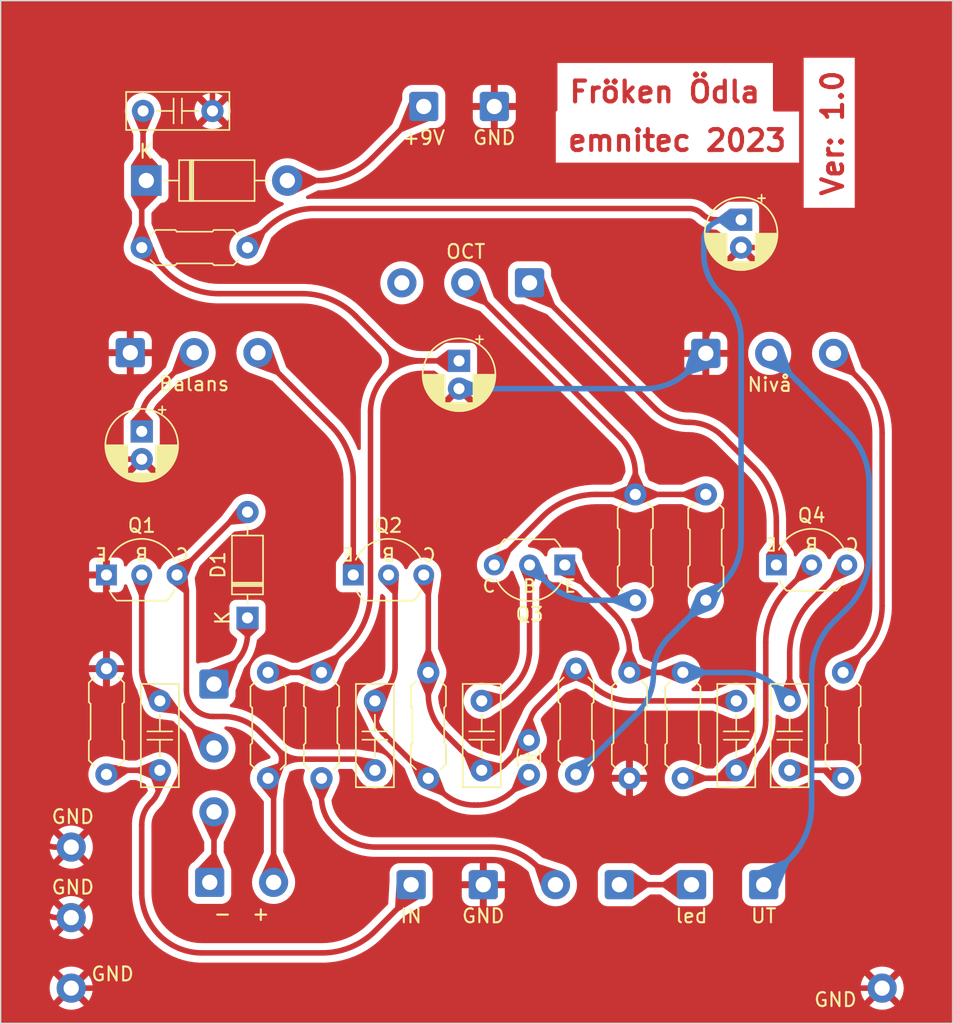
<source format=kicad_pcb>
(kicad_pcb (version 20221018) (generator pcbnew)
  (layers (0 "F.Cu" signal) (31 "B.Cu" signal) (34 "B.Paste" user) (35 "F.Paste" user) (36 "B.SilkS" user "B.Silkscreen") (37 "F.SilkS" user "F.Silkscreen") (38 "B.Mask" user) (39 "F.Mask" user) (44 "Edge.Cuts" user))
  (net 0 "")
  (net 1 "Net-(J1-Pin_1)")
  (net 2 "Net-(Q1-B)")
  (net 3 "Net-(D1-A)")
  (net 4 "Net-(Q2-B)")
  (net 5 "Net-(Q2-C)")
  (net 6 "Net-(C4-Pad1)")
  (net 7 "GND")
  (net 8 "Net-(Q3-B)")
  (net 9 "Net-(Q4-B)")
  (net 10 "Net-(Q3-E)")
  (net 11 "Net-(C7-Pad2)")
  (net 12 "Net-(D3-K)")
  (net 13 "Net-(C10-Pad1)")
  (net 14 "Net-(D1-K)")
  (net 15 "Net-(D2-K)")
  (net 16 "Net-(D3-A)")
  (net 17 "Net-(D4-K)")
  (net 18 "Net-(D4-A)")
  (net 19 "Net-(J6-Pin_1)")
  (net 20 "Net-(Q2-E)")
  (net 21 "Net-(Q3-C)")
  (net 22 "Net-(Q4-E)")
  (net 23 "Net-(R11-Pad2)")
  (footprint "Resistor_THT_AKL:R_Axial_DIN0207_L6.3mm_D2.5mm_P7.62mm_Horizontal" (layer "F.Cu") (at 167.64 66.04 -90)
    (fp_text reference "R5" hide)
    (fp_text value "470K" hide)
  )
  (footprint "PCM_Capacitor_THT_AKL:C_Rect_L7.2mm_W2.5mm_P5.00mm_FKS2_FKP2_MKS2_MKP2" (layer "F.Cu") (at 133.387614 85.908058 90)
    (fp_text reference "C1" hide)
    (fp_text value "100n" hide)
  )
  (footprint "Connector_Wire:SolderWire-0.5sqmm_1x03_P4.6mm_D0.9mm_OD2.1mm" (layer "F.Cu") (at 172.72 55.88)
    (fp_text reference "RV3" hide)
    (fp_text value "Nivå")
  )
  (footprint "PCM_Capacitor_THT_AKL:C_Rect_L7.2mm_W2.5mm_P5.00mm_FKS2_FKP2_MKS2_MKP2" (layer "F.Cu") (at 178.758982 80.908058 -90)
    (fp_text reference "C7" hide)
    (fp_text value "100n" hide)
  )
  (footprint "Connector_Wire:SolderWire-0.5sqmm_1x01_D0.9mm_OD2.1mm" (layer "F.Cu") (at 127 91.44)
    (fp_text reference "REF**" hide)
    (fp_text value "GND")
  )
  (footprint "Connector_Wire:SolderWire-0.5sqmm_1x01_D0.9mm_OD2.1mm" (layer "F.Cu") (at 171.687486 94.149127)
    (fp_text reference "J2" hide)
    (fp_text value "led")
  )
  (footprint "Resistor_THT_AKL:R_Axial_DIN0207_L6.3mm_D2.5mm_P7.62mm_Horizontal" (layer "F.Cu") (at 171.063754 78.863058 -90)
    (fp_text reference "R8" hide)
    (fp_text value "470K" hide)
  )
  (footprint "Connector_Wire:SolderWire-0.5sqmm_1x03_P4.6mm_D0.9mm_OD2.1mm" (layer "F.Cu") (at 137.285228 79.7 -90)
    (fp_text reference "SW1" hide)
    (fp_text value "FB" hide)
  )
  (footprint "PCM_Capacitor_THT_AKL:C_Rect_L7.2mm_W2.5mm_P5.00mm_FKS2_FKP2_MKS2_MKP2" (layer "F.Cu") (at 174.911368 80.908058 -90)
    (fp_text reference "C6" hide)
    (fp_text value "100n" hide)
  )
  (footprint "Connector_Wire:SolderWire-0.5sqmm_1x03_P4.6mm_D0.9mm_OD2.1mm" (layer "F.Cu") (at 131.255625 55.831677)
    (fp_text reference "RV1" hide)
    (fp_text value "Balans")
  )
  (footprint "Resistor_THT_AKL:R_Axial_DIN0207_L6.3mm_D2.5mm_P7.62mm_Horizontal" (layer "F.Cu") (at 167.21614 78.863058 -90)
    (fp_text reference "R7" hide)
    (fp_text value "10K" hide)
  )
  (footprint "Package_TO_SOT_THT_AKL:TO-92_Inline_Wide_EBC" (layer "F.Cu") (at 177.8 71.12)
    (fp_text reference "Q4")
    (fp_text value "2N3906" hide)
  )
  (footprint "Resistor_THT_AKL:R_Axial_DIN0207_L6.3mm_D2.5mm_P7.62mm_Horizontal" (layer "F.Cu") (at 129.54 86.208058 90)
    (fp_text reference "R1" hide)
    (fp_text value "1M" hide)
  )
  (footprint "Connector_Wire:SolderWire-0.5sqmm_1x02_P4.6mm_D0.9mm_OD2.1mm" (layer "F.Cu") (at 136.979972 93.98)
    (fp_text reference "D2" hide)
    (fp_text value "-  +")
  )
  (footprint "PCM_Capacitor_THT_AKL:C_Rect_L7.2mm_W2.5mm_P5.00mm_FKS2_FKP2_MKS2_MKP2" (layer "F.Cu") (at 137.175967 38.421244 180)
    (fp_text reference "C9" hide)
    (fp_text value "100n" hide)
  )
  (footprint "Resistor_THT_AKL:R_Axial_DIN0207_L6.3mm_D2.5mm_P7.62mm_Horizontal" (layer "F.Cu") (at 163.368526 78.588058 -90)
    (fp_text reference "R4" hide)
    (fp_text value "10K" hide)
  )
  (footprint "Connector_Wire:SolderWire-0.5sqmm_1x01_D0.9mm_OD2.1mm" (layer "F.Cu") (at 176.887486 94.149127)
    (fp_text reference "J6" hide)
    (fp_text value "UT")
  )
  (footprint "PCM_Capacitor_THT_AKL:CP_Radial_D5.0mm_P2.00mm" (layer "F.Cu") (at 132.08 61.5 -90)
    (fp_text reference "C4" hide)
    (fp_text value "22uF" hide)
  )
  (footprint "Package_TO_SOT_THT_AKL:TO-92_Inline_Wide_EBC" (layer "F.Cu") (at 162.56 71.12 180)
    (fp_text reference "Q3")
    (fp_text value "2N3904" hide)
  )
  (footprint "Connector_Wire:SolderWire-0.5sqmm_1x01_D0.9mm_OD2.1mm" (layer "F.Cu") (at 127 101.6)
    (fp_text reference "REF**" hide)
    (fp_text value "GND")
  )
  (footprint "Connector_Wire:SolderWire-0.5sqmm_1x01_D0.9mm_OD2.1mm" (layer "F.Cu") (at 157.48 38.1)
    (fp_text reference "J3" hide)
    (fp_text value "GND")
  )
  (footprint "Connector_Wire:SolderWire-0.5sqmm_1x01_D0.9mm_OD2.1mm" (layer "F.Cu") (at 151.487486 94.149127)
    (fp_text reference "J1" hide)
    (fp_text value "IN")
  )
  (footprint "Connector_Wire:SolderWire-0.5sqmm_1x01_D0.9mm_OD2.1mm" (layer "F.Cu") (at 152.4 38.1)
    (fp_text reference "J4" hide)
    (fp_text value "+9V")
  )
  (footprint "Diode_THT:D_DO-41_SOD81_P10.16mm_Horizontal" (layer "F.Cu") (at 132.409072 43.433014)
    (fp_text reference "D3" hide)
    (fp_text value "1N5817")
  )
  (footprint "Resistor_THT_AKL:R_Axial_DIN0207_L6.3mm_D2.5mm_P7.62mm_Horizontal" (layer "F.Cu") (at 172.72 73.66 90)
    (fp_text reference "R6" hide)
    (fp_text value "10K" hide)
  )
  (footprint "Package_TO_SOT_THT_AKL:TO-92_Inline_Wide_EBC" (layer "F.Cu") (at 129.54 71.84)
    (fp_text reference "Q1")
    (fp_text value "MPSA13" hide)
  )
  (footprint "Connector_Wire:SolderWire-0.5sqmm_1x03_P4.6mm_D0.9mm_OD2.1mm" (layer "F.Cu") (at 160.02 50.8 180)
    (fp_text reference "RV2" hide)
    (fp_text value "OCT")
  )
  (footprint "Diode_THT:D_DO-35_SOD27_P7.62mm_Horizontal" (layer "F.Cu") (at 139.7 74.93 90)
    (fp_text reference "D1")
    (fp_text value "1N914")
  )
  (footprint "PCM_Capacitor_THT_AKL:CP_Radial_D5.0mm_P2.00mm" (layer "F.Cu") (at 154.94 56.42 -90)
    (fp_text reference "C8" hide)
    (fp_text value "22uF" hide)
  )
  (footprint "Resistor_THT_AKL:R_Axial_DIN0207_L6.3mm_D2.5mm_P7.62mm_Horizontal" (layer "F.Cu") (at 132.08 48.26)
    (fp_text reference "R9" hide)
    (fp_text value "470R" hide)
  )
  (footprint "PCM_Capacitor_THT_AKL:CP_Radial_D5.0mm_P2.00mm" (layer "F.Cu") (at 175.26 46.26 -90)
    (fp_text reference "C10" hide)
    (fp_text value "22uF" hide)
  )
  (footprint "Resistor_THT_AKL:R_Axial_DIN0207_L6.3mm_D2.5mm_P7.62mm_Horizontal" (layer "F.Cu") (at 141.182842 78.863058 -90)
    (fp_text reference "R2" hide)
    (fp_text value "100K" hide)
  )
  (footprint "Resistor_THT_AKL:R_Axial_DIN0207_L6.3mm_D2.5mm_P7.62mm_Horizontal" (layer "F.Cu") (at 182.606609 86.483058 90)
    (fp_text reference "R11" hide)
    (fp_text value "330K" hide)
  )
  (footprint "PCM_Capacitor_THT_AKL:C_Rect_L7.2mm_W2.5mm_P5.00mm_FKS2_FKP2_MKS2_MKP2" (layer "F.Cu") (at 156.573298 85.908058 90)
    (fp_text reference "C5" hide)
    (fp_text value "100n" hide)
  )
  (footprint "Connector_Wire:SolderWire-0.5sqmm_1x01_D0.9mm_OD2.1mm" (layer "F.Cu") (at 156.687486 94.149127)
    (fp_text reference "J5" hide)
    (fp_text value "GND")
  )
  (footprint "Connector_Wire:SolderWire-0.5sqmm_1x01_D0.9mm_OD2.1mm" (layer "F.Cu") (at 185.42 101.6)
    (fp_text reference "REF**" hide)
    (fp_text value "GND")
  )
  (footprint "PCM_Capacitor_THT_AKL:C_Rect_L7.2mm_W2.5mm_P5.00mm_FKS2_FKP2_MKS2_MKP2" (layer "F.Cu") (at 148.87807 85.908058 90)
    (fp_text reference "C2" hide)
    (fp_text value "100n" hide)
  )
  (footprint "Resistor_THT_AKL:R_Axial_DIN0207_L6.3mm_D2.5mm_P7.62mm_Horizontal" (layer "F.Cu") (at 145.030456 86.483058 90)
    (fp_text reference "R10" hide)
    (fp_text value "4K7" hide)
  )
  (footprint "PCM_Capacitor_THT_AKL:C_Disc_D3.0mm_W1.6mm_P2.50mm" (layer "F.Cu") (at 159.970912 86.240765 90)
    (fp_text reference "C3" hide)
    (fp_text value "47pF" hide)
  )
  (footprint "Connector_Wire:SolderWire-0.5sqmm_1x02_P4.6mm_D0.9mm_OD2.1mm" (layer "F.Cu") (at 166.487486 94.149127 180)
    (fp_text reference "D4" hide)
    (fp_text value "LED_Small")
  )
  (footprint "Package_TO_SOT_THT_AKL:TO-92_Inline_Wide_EBC" (layer "F.Cu") (at 147.32 71.84)
    (fp_text reference "Q2")
    (fp_text value "2N3904" hide)
  )
  (footprint "Connector_Wire:SolderWire-0.5sqmm_1x01_D0.9mm_OD2.1mm" (layer "F.Cu") (at 127 96.52)
    (fp_text reference "REF**" hide)
    (fp_text value "GND")
  )
  (footprint "Resistor_THT_AKL:R_Axial_DIN0207_L6.3mm_D2.5mm_P7.62mm_Horizontal" (layer "F.Cu") (at 152.725684 86.483058 90)
    (fp_text reference "R3" hide)
    (fp_text value "1M" hide)
  )
  (gr_rect (start 121.92 30.48) (end 190.5 104.14) (stroke (width 0.1)) (fill none) (layer "Edge.Cuts"))
  (gr_text "Fröken Ödla" (at 162.744783 37.930872) (layer "F.Cu") (effects (font (size 1.5 1.5) (thickness 0.3) bold) (justify left bottom)))
  (gr_text "emnitec 2023" (at 162.62823 41.427455) (layer "F.Cu") (effects (font (size 1.5 1.5) (thickness 0.3) bold) (justify left bottom)))
  (gr_text "Ver: 1.0" (at 182.732135 44.682428 90) (layer "F.Cu") (effects (font (size 1.5 1.5) (thickness 0.3) bold) (justify left bottom)))
  (segment (start 129.69 86.058058) (end 129.54 86.208058) (width 0.4) (layer "F.Cu") (net 1))
  (segment (start 145.066036 99.06) (end 136.416051 99.06) (width 0.4) (layer "F.Cu") (net 1))
  (segment (start 151.487486 94.52082) (end 151.487486 94.149127) (width 0.4) (layer "F.Cu") (net 1))
  (segment (start 133.387614 86.750222) (end 133.387614 85.908058) (width 0.4) (layer "F.Cu") (net 1))
  (segment (start 130.052132 85.908058) (end 133.387614 85.908058) (width 0.4) (layer "F.Cu") (net 1))
  (segment (start 132.08 89.824622) (end 132.08 94.723948) (width 0.4) (layer "F.Cu") (net 1))
  (segment (start 132.792114 88.187885) (end 132.733807 88.246193) (width 0.4) (layer "F.Cu") (net 1))
  (segment (start 151.224658 95.15534) (end 148.913792 97.466207) (width 0.4) (layer "F.Cu") (net 1))
  (arc (start 133.35 97.79) (mid 134.756716 98.729937) (end 136.416051 99.06) (width 0.4) (layer "F.Cu") (net 1))
  (arc (start 151.224658 95.15534) (mid 151.419179 94.86422) (end 151.487486 94.52082) (width 0.4) (layer "F.Cu") (net 1))
  (arc (start 132.08 89.824622) (mid 132.249918 88.970382) (end 132.733807 88.246193) (width 0.4) (layer "F.Cu") (net 1))
  (arc (start 133.35 97.79) (mid 132.410062 96.383283) (end 132.08 94.723948) (width 0.4) (layer "F.Cu") (net 1))
  (arc (start 148.913792 97.466207) (mid 147.148426 98.645786) (end 145.066036 99.06) (width 0.4) (layer "F.Cu") (net 1))
  (arc (start 133.387614 86.750222) (mid 133.232848 87.528279) (end 132.792114 88.187885) (width 0.4) (layer "F.Cu") (net 1))
  (arc (start 130.052132 85.908058) (mid 129.856147 85.947041) (end 129.69 86.058058) (width 0.4) (layer "F.Cu") (net 1))
  (segment (start 133.208831 80.729275) (end 132.733807 80.254251) (width 0.4) (layer "F.Cu") (net 2))
  (segment (start 132.08 78.675821) (end 132.08 71.84) (width 0.4) (layer "F.Cu") (net 2))
  (segment (start 134.072068 81.08684) (end 137.285228 84.3) (width 0.4) (layer "F.Cu") (net 2))
  (arc (start 132.08 78.675821) (mid 132.249918 79.530061) (end 132.733807 80.254251) (width 0.4) (layer "F.Cu") (net 2))
  (arc (start 134.072068 81.08684) (mid 133.874039 80.954521) (end 133.64045 80.908058) (width 0.4) (layer "F.Cu") (net 2))
  (arc (start 133.208831 80.729275) (mid 133.406859 80.861593) (end 133.64045 80.908058) (width 0.4) (layer "F.Cu") (net 2))
  (segment (start 135.297661 72.996839) (end 135.297661 80.105064) (width 0.4) (layer "F.Cu") (net 3))
  (segment (start 134.95883 71.501169) (end 138.955545 67.504454) (width 0.4) (layer "F.Cu") (net 3))
  (segment (start 139.425 67.31) (end 139.7 67.31) (width 0.4) (layer "F.Cu") (net 3))
  (segment (start 143.530112 85.108059) (end 147.512386 85.108059) (width 0.4) (layer "F.Cu") (net 3))
  (segment (start 141.870341 84.420559) (end 140.564351 83.114569) (width 0.4) (layer "F.Cu") (net 3))
  (segment (start 137.955727 82.034042) (end 137.226638 82.034042) (width 0.4) (layer "F.Cu") (net 3))
  (segment (start 143.530112 85.108059) (end 142.160972 85.108059) (width 0.4) (layer "F.Cu") (net 3))
  (segment (start 142.156794 85.109789) (end 142.155064 85.11152) (width 0.4) (layer "F.Cu") (net 3))
  (segment (start 148.47807 85.508058) (end 148.87807 85.908058) (width 0.4) (layer "F.Cu") (net 3))
  (segment (start 141.870341 85.795558) (end 141.381407 86.284493) (width 0.4) (layer "F.Cu") (net 3))
  (segment (start 141.579972 87.161001) (end 141.579972 93.98) (width 0.4) (layer "F.Cu") (net 3))
  (arc (start 147.512386 85.108059) (mid 148.03501 85.212015) (end 148.47807 85.508058) (width 0.4) (layer "F.Cu") (net 3))
  (arc (start 135.862645 81.469057) (mid 135.444495 80.843251) (end 135.297661 80.105064) (width 0.4) (layer "F.Cu") (net 3))
  (arc (start 141.381407 86.681623) (mid 141.299158 86.483058) (end 141.381407 86.284493) (width 0.4) (layer "F.Cu") (net 3))
  (arc (start 137.955727 82.034042) (mid 139.367504 82.314861) (end 140.564351 83.114569) (width 0.4) (layer "F.Cu") (net 3))
  (arc (start 134.95883 72.17883) (mid 135.209601 72.554135) (end 135.297661 72.996839) (width 0.4) (layer "F.Cu") (net 3))
  (arc (start 141.870341 85.795558) (mid 142.63185 85.286734) (end 143.530112 85.108059) (width 0.4) (layer "F.Cu") (net 3))
  (arc (start 142.156794 85.109789) (mid 142.158711 85.108508) (end 142.160972 85.108059) (width 0.4) (layer "F.Cu") (net 3))
  (arc (start 134.95883 72.17883) (mid 134.818482 71.839999) (end 134.95883 71.501169) (width 0.4) (layer "F.Cu") (net 3))
  (arc (start 139.425 67.31) (mid 139.170932 67.360536) (end 138.955545 67.504454) (width 0.4) (layer "F.Cu") (net 3))
  (arc (start 141.579972 87.161001) (mid 141.528366 86.901563) (end 141.381407 86.681623) (width 0.4) (layer "F.Cu") (net 3))
  (arc (start 143.530112 85.108059) (mid 142.63185 84.929383) (end 141.870341 84.420559) (width 0.4) (layer "F.Cu") (net 3))
  (arc (start 141.870341 85.795558) (mid 142.155112 85.108058) (end 141.870341 84.420559) (width 0.4) (layer "F.Cu") (net 3))
  (arc (start 135.862645 81.469057) (mid 136.48845 81.887207) (end 137.226638 82.034042) (width 0.4) (layer "F.Cu") (net 3))
  (segment (start 148.87807 81.771751) (end 148.87807 81.339904) (width 0.4) (layer "F.Cu") (net 4))
  (segment (start 150.096867 72.076867) (end 149.86 71.84) (width 0.4) (layer "F.Cu") (net 4))
  (segment (start 152.725684 86.483058) (end 149.488793 83.246167) (width 0.4) (layer "F.Cu") (net 4))
  (segment (start 149.605902 80.180226) (end 149.183431 80.602696) (width 0.4) (layer "F.Cu") (net 4))
  (segment (start 150.333734 72.648714) (end 150.333734 78.423084) (width 0.4) (layer "F.Cu") (net 4))
  (segment (start 156.018264 88.411807) (end 156.264711 88.411807) (width 0.4) (layer "F.Cu") (net 4))
  (segment (start 158.885391 87.326286) (end 159.970912 86.240765) (width 0.4) (layer "F.Cu") (net 4))
  (segment (start 152.725684 86.483058) (end 153.690058 87.447432) (width 0.4) (layer "F.Cu") (net 4))
  (arc (start 156.018264 88.411807) (mid 154.758248 88.161174) (end 153.690058 87.447432) (width 0.4) (layer "F.Cu") (net 4))
  (arc (start 150.333734 72.648714) (mid 150.272174 72.339232) (end 150.096867 72.076867) (width 0.4) (layer "F.Cu") (net 4))
  (arc (start 150.333734 78.423084) (mid 150.144576 79.374042) (end 149.605902 80.180226) (width 0.4) (layer "F.Cu") (net 4))
  (arc (start 158.885391 87.326286) (mid 157.683012 88.129689) (end 156.264711 88.411807) (width 0.4) (layer "F.Cu") (net 4))
  (arc (start 148.87807 81.771751) (mid 149.036791 82.569699) (end 149.488793 83.246167) (width 0.4) (layer "F.Cu") (net 4))
  (arc (start 149.183431 80.602696) (mid 148.95743 80.94093) (end 148.87807 81.339904) (width 0.4) (layer "F.Cu") (net 4))
  (segment (start 152.725684 72.395977) (end 152.725684 78.863058) (width 0.4) (layer "F.Cu") (net 5))
  (segment (start 159.970912 83.740765) (end 159.970912 82.863218) (width 0.4) (layer "F.Cu") (net 5))
  (segment (start 167.329013 80.908058) (end 174.911368 80.908058) (width 0.4) (layer "F.Cu") (net 5))
  (segment (start 164.528526 79.748058) (end 163.368526 78.588058) (width 0.4) (layer "F.Cu") (net 5))
  (segment (start 152.725684 80.461751) (end 152.725684 78.863058) (width 0.4) (layer "F.Cu") (net 5))
  (segment (start 152.562842 72.002842) (end 152.4 71.84) (width 0.4) (layer "F.Cu") (net 5))
  (segment (start 156.138313 85.473073) (end 153.85613 83.19089) (width 0.4) (layer "F.Cu") (net 5))
  (segment (start 158.238603 85.473073) (end 159.970912 83.740765) (width 0.4) (layer "F.Cu") (net 5))
  (segment (start 160.591431 81.365152) (end 163.368526 78.588058) (width 0.4) (layer "F.Cu") (net 5))
  (arc (start 160.591431 81.365152) (mid 160.132179 82.05247) (end 159.970912 82.863218) (width 0.4) (layer "F.Cu") (net 5))
  (arc (start 156.138313 85.473073) (mid 156.620123 85.795009) (end 157.188458 85.908058) (width 0.4) (layer "F.Cu") (net 5))
  (arc (start 152.725684 80.461751) (mid 153.019477 81.93875) (end 153.85613 83.19089) (width 0.4) (layer "F.Cu") (net 5))
  (arc (start 158.238603 85.473073) (mid 157.756792 85.795009) (end 157.188458 85.908058) (width 0.4) (layer "F.Cu") (net 5))
  (arc (start 152.725684 72.395977) (mid 152.683362 72.183213) (end 152.562842 72.002842) (width 0.4) (layer "F.Cu") (net 5))
  (arc (start 164.528526 79.748058) (mid 165.8134 80.606583) (end 167.329013 80.908058) (width 0.4) (layer "F.Cu") (net 5))
  (segment (start 132.08 60.553651) (end 132.08 61.5) (width 0.4) (layer "F.Cu") (net 6))
  (segment (start 132.749169 58.938132) (end 135.855625 55.831677) (width 0.4) (layer "F.Cu") (net 6))
  (arc (start 132.08 60.553651) (mid 132.253911 59.679338) (end 132.749169 58.938132) (width 0.4) (layer "F.Cu") (net 6))
  (segment (start 124.46 62.756051) (end 124.46 66.326036) (width 0.4) (layer "F.Cu") (net 7))
  (segment (start 124.46 55.101881) (end 124.46 59.163948) (width 0.4) (layer "F.Cu") (net 7))
  (segment (start 124.46 54.616766) (end 124.46 55.101881) (width 0.4) (layer "F.Cu") (net 7))
  (segment (start 124.830098 61.145049) (end 124.830098 60.96) (width 0.4) (layer "F.Cu") (net 7))
  (segment (start 186.69 100.33) (end 185.42 101.6) (width 0.4) (layer "F.Cu") (net 7))
  (segment (start 124.46 53.391681) (end 124.46 55.101881) (width 0.4) (layer "F.Cu") (net 7))
  (segment (start 124.46 62.756051) (end 124.46 61.230972) (width 0.4) (layer "F.Cu") (net 7))
  (segment (start 138.554549 34.165451) (end 138.554548 34.165451) (width 0.4) (layer "F.Cu") (net 7))
  (segment (start 124.46 68.801265) (end 124.46 68.63841) (width 0.4) (layer "F.Cu") (net 7))
  (segment (start 187.96 51.746048) (end 187.96 51.319025) (width 0.4) (layer "F.Cu") (net 7))
  (segment (start 183.623948 48.26) (end 175.26 48.26) (width 0.4) (layer "F.Cu") (net 7))
  (segment (start 124.46 68.52159) (end 124.46 68.63841) (width 0.4) (layer "F.Cu") (net 7))
  (segment (start 124.46 60.959999) (end 124.46 60.418054) (width 0.4) (layer "F.Cu") (net 7))
  (segment (start 124.46 91.200746) (end 124.46 90.045527) (width 0.4) (layer "F.Cu") (net 7))
  (segment (start 171.640978 101.6) (end 156.175659 101.6) (width 0.4) (layer "F.Cu") (net 7))
  (segment (start 187.96 50.280974) (end 187.96 37.356051) (width 0.4) (layer "F.Cu") (net 7))
  (segment (start 124.997851 69.001031) (end 125.163434 69.166614) (width 0.4) (layer "F.Cu") (net 7))
  (segment (start 125.854472 91.44) (end 127 91.44) (width 0.4) (layer "F.Cu") (net 7))
  (segment (start 127.076532 71.196532) (end 125.605451 69.725451) (width 0.4) (layer "F.Cu") (net 7))
  (segment (start 172.719999 101.6) (end 172.332466 101.6) (width 0.4) (layer "F.Cu") (net 7))
  (segment (start 125.605451 62.105451) (end 124.960947 61.460947) (width 0.4) (layer "F.Cu") (net 7))
  (segment (start 124.46 96.256219) (end 124.46 97.339699) (width 0.4) (layer "F.Cu") (net 7))
  (segment (start 124.46 75.604944) (end 124.46 74.511387) (width 0.4) (layer "F.Cu") (net 7))
  (segment (start 187.96 51.930053) (end 187.96 97.263948) (width 0.4) (layer "F.Cu") (net 7))
  (segment (start 187.96 50.280974) (end 187.96 51.319025) (width 0.4) (layer "F.Cu") (net 7))
  (segment (start 128.63 71.84) (end 129.54 71.84) (width 0.4) (layer "F.Cu") (net 7))
  (segment (start 125.676436 100.276436) (end 127 101.6) (width 0.4) (layer "F.Cu") (net 7))
  (segment (start 124.46 60.418054) (end 124.46 59.163948) (width 0.4) (layer "F.Cu") (net 7))
  (segment (start 138.554549 34.165451) (end 138.980799 33.7392) (width 0.4) (layer "F.Cu") (net 7))
  (segment (start 125.019307 53.964103) (end 125.179536 53.964103) (width 0.4) (layer "F.Cu") (net 7))
  (segment (start 124.46 53.492966) (end 124.46 53.391681) (width 0.4) (layer "F.Cu") (net 7))
  (segment (start 154.982108 101.6) (end 154.897891 101.6) (width 0.4) (layer "F.Cu") (net 7))
  (segment (start 124.7163 54.106879) (end 124.920947 53.902232) (width 0.4) (layer "F.Cu") (net 7))
  (segment (start 124.618122 68.621302) (end 124.997851 69.001031) (width 0.4) (layer "F.Cu") (net 7))
  (segment (start 155.29321 101.162572) (end 155.175007 101.280774) (width 0.4) (layer "F.Cu") (net 7))
  (segment (start 125.092879 53.869517) (end 125.162487 53.939125) (width 0.4) (layer "F.Cu") (net 7))
  (segment (start 137.175967 36.982638) (end 137.175967 38.421244) (width 0.4) (layer "F.Cu") (net 7))
  (segment (start 127 101.6) (end 153.70434 101.6) (width 0.4) (layer "F.Cu") (net 7))
  (segment (start 124.46 60.418054) (end 124.46 60.959999) (width 0.4) (layer "F.Cu") (net 7))
  (segment (start 138.941795 33.504154) (end 138.667745 33.504154) (width 0.4) (layer "F.Cu") (net 7))
  (segment (start 155.29321 101.162572) (end 155.352312 101.103471) (width 0.4) (layer "F.Cu") (net 7))
  (segment (start 124.46 76.2) (end 124.46 75.750402) (width 0.4) (layer "F.Cu") (net 7))
  (segment (start 124.46 53.288319) (end 124.46 53.391681) (width 0.4) (layer "F.Cu") (net 7))
  (segment (start 125.092879 53.869517) (end 124.953664 53.730301) (width 0.4) (layer "F.Cu") (net 7))
  (segment (start 171.666851 91.44) (end 172.381355 91.44) (width 0.4) (layer "F.Cu") (net 7))
  (segment (start 173.799021 101.6) (end 185.42 101.6) (width 0.4) (layer "F.Cu") (net 7))
  (segment (start 139.409628 33.310371) (end 139.460266 33.259733) (width 0.4) (layer "F.Cu") (net 7))
  (segment (start 124.618956 76.808554) (end 124.995847 77.185445) (width 0.4) (layer "F.Cu") (net 7))
  (segment (start 187.592993 50.432993) (end 186.69 49.53) (width 0.4) (layer "F.Cu") (net 7))
  (segment (start 187.737886 51.70794) (end 177.222635 51.70794) (width 0.4) (layer "F.Cu") (net 7))
  (segment (start 187.96 51.746048) (end 187.96 51.930053) (width 0.4) (layer "F.Cu") (net 7))
  (segment (start 156.175659 101.6) (end 155.879953 101.6) (width 0.4) (layer "F.Cu") (net 7))
  (segment (start 153.70434 101.6) (end 154.897891 101.6) (width 0.4) (layer "F.Cu") (net 7))
  (segment (start 137.915239 33.02) (end 138.402031 33.02) (width 0.4) (layer "F.Cu") (net 7))
  (segment (start 157.48 36.83) (end 157.48 38.1) (width 0.4) (layer "F.Cu") (net 7))
  (segment (start 125.163434 69.166614) (end 125.246226 69.249406) (width 0.4) (layer "F.Cu") (net 7))
  (segment (start 124.46 60.959999) (end 124.46 61.230972) (width 0.4) (layer "F.Cu") (net 7))
  (segment (start 124.46 77.888612) (end 124.46 90.045527) (width 0.4) (layer "F.Cu") (net 7))
  (segment (start 124.46 70.885168) (end 124.46 68.63841) (width 0.4) (layer "F.Cu") (net 7))
  (segment (start 128.713558 55.831677) (end 131.255625 55.831677) (width 0.4) (layer "F.Cu") (net 7))
  (segment (start 158.378025 34.661974) (end 158.874548 34.165451) (width 0.4) (layer "F.Cu") (net 7))
  (segment (start 124.818721 76.470974) (end 125.177443 76.829696) (width 0.4) (layer "F.Cu") (net 7))
  (segment (start 124.46 76.424799) (end 124.46 76.2) (width 0.4) (layer "F.Cu") (net 7))
  (segment (start 158.223948 33.02) (end 158.579131 33.02) (width 0.4) (layer "F.Cu") (net 7))
  (segment (start 158.98171 33.186753) (end 159.480667 33.68571) (width 0.4) (layer "F.Cu") (net 7))
  (segment (start 156.687486 98.616854) (end 156.687486 94.149127) (width 0.4) (layer "F.Cu") (net 7))
  (segment (start 172.332466 101.6) (end 172.719999 101.6) (width 0.4) (layer "F.Cu") (net 7))
  (segment (start 124.46 75.750402) (end 124.46 76.2) (width 0.4) (layer "F.Cu") (net 7))
  (segment (start 124.997851 69.166614) (end 124.770321 69.394144) (width 0.4) (layer "F.Cu") (net 7))
  (segment (start 159.384289 33.353507) (end 160.102834 33.353507) (width 0.4) (layer "F.Cu") (net 7))
  (segment (start 172.719999 101.6) (end 172.913766 101.6) (width 0.4) (layer "F.Cu") (net 7))
  (segment (start 128.796051 63.5) (end 132.08 63.5) (width 0.4) (layer "F.Cu") (net 7))
  (segment (start 173.244546 101.462986) (end 173.385282 101.322251) (width 0.4) (layer "F.Cu") (net 7))
  (segment (start 183.623948 33.02) (end 161.816051 33.02) (width 0.4) (layer "F.Cu") (net 7))
  (segment (start 167.9208 89.1808) (end 169.128637 90.388637) (width 0.4) (layer "F.Cu") (net 7))
  (segment (start 140.039034 33.02) (end 139.360965 33.02) (width 0.4) (layer "F.Cu") (net 7))
  (segment (start 138.980799 33.7392) (end 139.460266 33.259733) (width 0.4) (layer "F.Cu") (net 7))
  (segment (start 137.915239 33.02) (end 139.360965 33.02) (width 0.4) (layer "F.Cu") (net 7))
  (segment (start 124.651606 61.693551) (end 124.951719 61.993664) (width 0.4) (layer "F.Cu") (net 7))
  (segment (start 124.639311 54.183868) (end 124.745778 54.077402) (width 0.4) (layer "F.Cu") (net 7))
  (segment (start 125.896312 77.636312) (end 125.605451 77.345451) (width 0.4) (layer "F.Cu") (net 7))
  (segment (start 125.705838 54.585838) (end 125.605451 54.485451) (width 0.4) (layer "F.Cu") (net 7))
  (segment (start 124.46 76.424799) (end 124.46 76.2) (width 0.4) (layer "F.Cu") (net 7))
  (segment (start 124.46 91.200746) (end 124.46 94.982576) (width 0.4) (layer "F.Cu") (net 7))
  (segment (start 141.48476 33.02) (end 158.223948 33.02) (width 0.4) (layer "F.Cu") (net 7))
  (segment (start 167.21614 87.479599) (end 167.21614 86.483058) (width 0.4) (layer "F.Cu") (net 7))
  (segment (start 173.799021 101.6) (end 172.913766 101.6) (width 0.4) (layer "F.Cu") (net 7))
  (segment (start 124.46 66.326036) (end 124.46 68.52159) (width 0.4) (layer "F.Cu") (net 7))
  (segment (start 124.599906 53.376543) (end 124.953664 53.730301) (width 0.4) (layer "F.Cu") (net 7))
  (segment (start 124.46 74.511387) (end 124.46 75.750402) (width 0.4) (layer "F.Cu") (net 7))
  (segment (start 172.719999 101.6) (end 172.913766 101.6) (width 0.4) (layer "F.Cu") (net 7))
  (segment (start 154.969775 101.486007) (end 155.175007 101.280774) (width 0.4) (layer "F.Cu") (net 7))
  (segment (start 124.46 70.885168) (end 124.46 74.511387) (width 0.4) (layer "F.Cu") (net 7))
  (segment (start 124.953664 53.869516) (end 124.920947 53.902232) (width 0.4) (layer "F.Cu") (net 7))
  (segment (start 155.423272 101.410836) (end 155.29321 101.280774) (width 0.4) (layer "F.Cu") (net 7))
  (segment (start 174.038791 53.026731) (end 173.262519 53.803003) (width 0.4) (layer "F.Cu") (net 7))
  (segment (start 172.332466 101.6) (end 171.640978 101.6) (width 0.4) (layer "F.Cu") (net 7))
  (segment (start 124.46 70.143326) (end 124.46 70.885168) (width 0.4) (layer "F.Cu") (net 7))
  (segment (start 124.616457 69.178987) (end 125.152824 69.715354) (width 0.4) (layer "F.Cu") (net 7))
  (segment (start 124.46 96.256219) (end 124.46 94.982576) (width 0.4) (layer "F.Cu") (net 7))
  (segment (start 124.639311 54.183868) (end 124.7163 54.106879) (width 0.4) (layer "F.Cu") (net 7))
  (segment (start 128.194029 78.588058) (end 129.54 78.588058) (width 0.4) (layer "F.Cu") (net 7))
  (segment (start 154.982108 101.6) (end 156.175659 101.6) (width 0.4) (layer "F.Cu") (net 7))
  (segment (start 124.7163 53.902232) (end 124.568163 53.754095) (width 0.4) (layer "F.Cu") (net 7))
  (segment (start 125.605451 62.105451) (end 125.73 62.23) (width 0.4) (layer "F.Cu") (net 7))
  (segment (start 174.245967 98.995011) (end 174.245967 93.304611) (width 0.4) (layer "F.Cu") (net 7))
  (segment (start 140.039034 33.02) (end 141.48476 33.02) (width 0.4) (layer "F.Cu") (net 7))
  (segment (start 158.223948 33.02) (end 161.816051 33.02) (width 0.4) (layer "F.Cu") (net 7))
  (segment (start 128.796051 33.02) (end 137.915239 33.02) (width 0.4) (layer "F.Cu") (net 7))
  (segment (start 172.72 55.112761) (end 172.72 55.88) (width 0.4) (layer "F.Cu") (net 7))
  (segment (start 125.997423 96.52) (end 127 96.52) (width 0.4) (layer "F.Cu") (net 7))
  (segment (start 124.46 51.578118) (end 124.46 37.356051) (width 0.4) (layer "F.Cu") (net 7))
  (segment (start 124.46 77.888612) (end 124.46 76.424799) (width 0.4) (layer "F.Cu") (net 7))
  (segment (start 124.46 53.288319) (end 124.46 51.578118) (width 0.4) (layer "F.Cu") (net 7))
  (segment (start 124.46 60.959999) (end 124.46 61.230972) (width 0.4) (layer "F.Cu") (net 7))
  (segment (start 138.554548 34.165451) (end 138.193214 34.526784) (width 0.4) (layer "F.Cu") (net 7))
  (arc (start 183.623948 48.26) (mid 185.283283 48.590062) (end 186.69 49.53) (width 0.4) (layer "F.Cu") (net 7))
  (arc (start 124.599906 53.376543) (mid 124.559428 53.349497) (end 124.511681 53.34) (width 0.4) (layer "F.Cu") (net 7))
  (arc (start 124.745778 54.077402) (mid 124.871274 53.993548) (end 125.019307 53.964103) (width 0.4) (layer "F.Cu") (net 7))
  (arc (start 187.96 50.280974) (mid 187.827284 50.479596) (end 187.592993 50.432993) (width 0.4) (layer "F.Cu") (net 7))
  (arc (start 174.038791 53.026731) (mid 175.499551 52.050682) (end 177.222635 51.70794) (width 0.4) (layer "F.Cu") (net 7))
  (arc (start 187.96 51.319025) (mid 187.864617 50.839508) (end 187.592993 50.432993) (width 0.4) (layer "F.Cu") (net 7))
  (arc (start 124.46 68.801265) (mid 124.500661 69.005686) (end 124.616457 69.178987) (width 0.4) (layer "F.Cu") (net 7))
  (arc (start 140.039034 33.02) (mid 139.725807 33.082304) (end 139.460266 33.259733) (width 0.4) (layer "F.Cu") (net 7))
  (arc (start 158.378025 34.661974) (mid 157.713389 35.656672) (end 157.48 36.83) (width 0.4) (layer "F.Cu") (net 7))
  (arc (start 124.910301 96.069699) (mid 124.577029 95.570922) (end 124.46 94.982576) (width 0.4) (layer "F.Cu") (net 7))
  (arc (start 187.96 51.930053) (mid 187.943092 51.845054) (end 187.894944 51.772995) (width 0.4) (layer "F.Cu") (net 7))
  (arc (start 155.879953 101.6) (mid 155.632799 101.550837) (end 155.423272 101.410836) (width 0.4) (layer "F.Cu") (net 7))
  (arc (start 138.980799 33.259733) (mid 139.0801 33.499466) (end 138.980799 33.7392) (width 0.4) (layer "F.Cu") (net 7))
  (arc (start 158.223948 33.02) (mid 158.956306 33.434213) (end 158.874548 34.165451) (width 0.4) (layer "F.Cu") (net 7))
  (arc (start 138.554548 34.165451) (mid 138.640389 33.434213) (end 137.915239 33.02) (width 0.4) (layer "F.Cu") (net 7))
  (arc (start 154.969775 101.486007) (mid 154.947738 101.518987) (end 154.94 101.557891) (width 0.4) (layer "F.Cu") (net 7))
  (arc (start 124.46 61.230972) (mid 124.46 61.230972) (end 124.46 61.230972) (width 0.4) (layer "F.Cu") (net 7))
  (arc (start 125.605451 62.105451) (mid 124.757693 60.790914) (end 124.46 59.163948) (width 0.4) (layer "F.Cu") (net 7))
  (arc (start 124.46 75.604944) (mid 124.553228 76.073636) (end 124.818721 76.470974) (width 0.4) (layer "F.Cu") (net 7))
  (arc (start 172.913766 101.6) (mid 173.092783 101.564391) (end 173.244546 101.462986) (width 0.4) (layer "F.Cu") (net 7))
  (arc (start 187.96 51.746048) (mid 187.936474 51.781256) (end 187.894944 51.772995) (width 0.4) (layer "F.Cu") (net 7))
  (arc (start 139.460266 33.259733) (mid 139.460266 33.259732) (end 139.460266 33.259733) (width 0.4) (layer "F.Cu") (net 7))
  (arc (start 125.854472 91.44) (mid 125.32083 91.333851) (end 124.868431 91.031568) (width 0.4) (layer "F.Cu") (net 7))
  (arc (start 158.874548 34.165451) (mid 160.189085 33.317693) (end 161.816051 33.02) (width 0.4) (layer "F.Cu") (net 7))
  (arc (start 186.69 34.29) (mid 185.283283 33.350062) (end 183.623948 33.02) (width 0.4) (layer "F.Cu") (net 7))
  (arc (start 158.579131 33.02) (mid 158.797005 33.063337) (end 158.98171 33.186753) (width 0.4) (layer "F.Cu") (net 7))
  (arc (start 128.796051 33.02) (mid 127.136716 33.350062) (end 125.73 34.29) (width 0.4) (layer "F.Cu") (net 7))
  (arc (start 138.980799 33.259733) (mid 138.715258 33.082304) (end 138.402031 33.02) (width 0.4) (layer "F.Cu") (net 7))
  (arc (start 125.676436 100.276436) (mid 124.776141 98.929049) (end 124.46 97.339699) (width 0.4) (layer "F.Cu") (net 7))
  (arc (start 138.980799 33.259733) (mid 139.220532 33.359034) (end 139.460266 33.259733) (width 0.4) (layer "F.Cu") (net 7))
  (arc (start 125.896312 77.636312) (mid 126.950513 78.340707) (end 128.194029 78.588058) (width 0.4) (layer "F.Cu") (net 7))
  (arc (start 125.605451 62.105451) (mid 124.874213 62.023693) (end 124.46 62.756051) (width 0.4) (layer "F.Cu") (net 7))
  (arc (start 124.46 76.2) (mid 124.46 76.2) (end 124.46 76.2) (width 0.4) (layer "F.Cu") (net 7))
  (arc (start 124.46 96.256219) (mid 124.622835 96.012518) (end 124.910301 96.069699) (width 0.4) (layer "F.Cu") (net 7))
  (arc (start 186.69 34.29) (mid 187.629937 35.696716) (end 187.96 37.356051) (width 0.4) (layer "F.Cu") (net 7))
  (arc (start 139.409628 33.310371) (mid 139.194984 33.453791) (end 138.941795 33.504154) (width 0.4) (layer "F.Cu") (net 7))
  (arc (start 173.799021 101.6) (mid 173.386097 101.324093) (end 173.482983 100.837016) (width 0.4) (layer "F.Cu") (net 7))
  (arc (start 124.618956 76.808554) (mid 124.501311 76.632485) (end 124.46 76.424799) (width 0.4) (layer "F.Cu") (net 7))
  (arc (start 124.953664 53.869516) (mid 124.982496 53.799908) (end 124.953664 53.730301) (width 0.4) (layer "F.Cu") (net 7))
  (arc (start 124.51841 68.58) (mid 124.477107 68.562892) (end 124.46 68.52159) (width 0.4) (layer "F.Cu") (net 7))
  (arc (start 124.651606 61.693551) (mid 124.509796 61.481318) (end 124.46 61.230972) (width 0.4) (layer "F.Cu") (net 7))
  (arc (start 139.460266 33.259733) (mid 139.490707 33.106691) (end 139.360965 33.02) (width 0.4) (layer "F.Cu") (net 7))
  (arc (start 125.605451 54.485451) (mid 124.874213 54.391336) (end 124.46 55.101881) (width 0.4) (layer "F.Cu") (net 7))
  (arc (start 173.262519 53.803003) (mid 172.860996 54.403925) (end 172.72 55.112761) (width 0.4) (layer "F.Cu") (net 7))
  (arc (start 172.719999 101.6) (mid 172.719999 101.6) (end 172.719999 101.6) (width 0.4) (layer "F.Cu") (net 7))
  (arc (start 124.51841 68.58) (mid 124.477107 68.597107) (end 124.46 68.63841) (width 0.4) (layer "F.Cu") (net 7))
  (arc (start 186.69 100.33) (mid 187.629937 98.923283) (end 187.96 97.263948) (width 0.4) (layer "F.Cu") (net 7))
  (arc (start 124.997851 69.166614) (mid 125.032144 69.083822) (end 124.997851 69.001031) (width 0.4) (layer "F.Cu") (net 7))
  (arc (start 124.618122 68.621302) (mid 124.572373 68.590734) (end 124.51841 68.58) (width 0.4) (layer "F.Cu") (net 7))
  (arc (start 124.997851 69.166614) (mid 125.080642 69.13232) (end 125.163434 69.166614) (width 0.4) (layer "F.Cu") (net 7))
  (arc (start 125.605451 77.345451) (mid 124.874213 77.224841) (end 124.46 77.888612) (width 0.4) (layer "F.Cu") (net 7))
  (arc (start 138.193214 34.526784) (mid 137.44034 35.653539) (end 137.175967 36.982638) (width 0.4) (layer "F.Cu") (net 7))
  (arc (start 124.7163 53.902232) (mid 124.758684 54.004555) (end 124.7163 54.106879) (width 0.4) (layer "F.Cu") (net 7))
  (arc (start 187.737886 51.70794) (mid 187.822885 51.724847) (end 187.894944 51.772995) (width 0.4) (layer "F.Cu") (net 7))
  (arc (start 124.46 53.492966) (mid 124.48811 53.634288) (end 124.568163 53.754095) (width 0.4) (layer "F.Cu") (net 7))
  (arc (start 124.46 53.288319) (mid 124.475137 53.324862) (end 124.511681 53.34) (width 0.4) (layer "F.Cu") (net 7))
  (arc (start 124.46 66.326036) (mid 124.757693 68.291906) (end 125.605451 69.725451) (width 0.4) (layer "F.Cu") (net 7))
  (arc (start 173.699835 91.986132) (mid 173.094911 91.581935) (end 172.381355 91.44) (width 0.4) (layer "F.Cu") (net 7))
  (arc (start 174.245967 98.995011) (mid 174.047673 99.991897) (end 173.482983 100.837016) (width 0.4) (layer "F.Cu") (net 7))
  (arc (start 124.830098 61.145049) (mid 124.864104 61.316011) (end 124.960947 61.460947) (width 0.4) (layer "F.Cu") (net 7))
  (arc (start 158.98171 33.186753) (mid 158.98171 33.186753) (end 158.98171 33.186753) (width 0.4) (layer "F.Cu") (net 7))
  (arc (start 155.813743 100.726257) (mid 154.84594 101.372921) (end 153.70434 101.6) (width 0.4) (layer "F.Cu") (net 7))
  (arc (start 128.796051 63.5) (mid 127.136716 63.169937) (end 125.73 62.23) (width 0.4) (layer "F.Cu") (net 7))
  (arc (start 124.639311 54.183868) (mid 124.506601 54.382483) (end 124.46 54.616766) (width 0.4) (layer "F.Cu") (net 7))
  (arc (start 155.813743 100.726257) (mid 156.460407 99.758454) (end 156.687486 98.616854) (width 0.4) (layer "F.Cu") (net 7))
  (arc (start 125.73 34.29) (mid 124.790062 35.696716) (end 124.46 37.356051) (width 0.4) (layer "F.Cu") (net 7))
  (arc (start 154.897891 101.6) (mid 154.927666 101.587666) (end 154.94 101.557891) (width 0.4) (layer "F.Cu") (net 7))
  (arc (start 159.384289 33.353507) (mid 159.166414 33.310169) (end 158.98171 33.186753) (width 0.4) (layer "F.Cu") (net 7))
  (arc (start 125.705838 54.585838) (mid 127.085791 55.507893) (end 128.713558 55.831677) (width 0.4) (layer "F.Cu") (net 7))
  (arc (start 124.910301 96.069699) (mid 125.409076 96.40297) (end 125.997423 96.52) (width 0.4) (layer "F.Cu") (net 7))
  (arc (start 158.579131 33.02) (mid 158.797005 33.063337) (end 158.98171 33.186753) (width 0.4) (layer "F.Cu") (net 7))
  (arc (start 173.699835 91.986132) (mid 174.104031 92.591055) (end 174.245967 93.304611) (width 0.4) (layer "F.Cu") (net 7))
  (arc (start 172.913766 101.6) (mid 172.913766 101.6) (end 172.913766 101.6) (width 0.4) (layer "F.Cu") (net 7))
  (arc (start 171.640978 101.6) (mid 172.637864 101.401706) (end 173.482983 100.837016) (width 0.4) (layer "F.Cu") (net 7))
  (arc (start 169.128637 90.388637) (mid 170.293179 91.166759) (end 171.666851 91.44) (width 0.4) (layer "F.Cu") (net 7))
  (arc (start 124.46 60.959999) (mid 124.46 60.959999) (end 124.46 60.959999) (width 0.4) (layer "F.Cu") (net 7))
  (arc (start 124.46 74.511387) (mid 124.757693 76.058836) (end 125.605451 77.345451) (width 0.4) (layer "F.Cu") (net 7))
  (arc (start 124.46 68.63841) (mid 124.46 68.63841) (end 124.46 68.63841) (width 0.4) (layer "F.Cu") (net 7))
  (arc (start 156.175659 101.6) (mid 155.702792 101.28404) (end 155.813743 100.726257) (width 0.4) (layer "F.Cu") (net 7))
  (arc (start 124.46 70.143326) (mid 124.540649 69.737871) (end 124.770321 69.394144) (width 0.4) (layer "F.Cu") (net 7))
  (arc (start 124.46 53.391681) (mid 124.475137 53.355137) (end 124.511681 53.34) (width 0.4) (layer "F.Cu") (net 7))
  (arc (start 155.29321 101.162572) (mid 155.268729 101.221673) (end 155.29321 101.280774) (width 0.4) (layer "F.Cu") (net 7))
  (arc (start 141.48476 33.02) (mid 139.86615 33.317693) (end 138.554548 34.165451) (width 0.4) (layer "F.Cu") (net 7))
  (arc (start 154.982108 101.6) (mid 154.952333 101.587666) (end 154.94 101.557891) (width 0.4) (layer "F.Cu") (net 7))
  (arc (start 124.639311 54.183868) (mid 124.63931 54.183868) (end 124.639311 54.183868) (width 0.4) (layer "F.Cu") (net 7))
  (arc (start 124.46 70.885168) (mid 124.874213 69.827797) (end 125.605451 69.725451) (width 0.4) (layer "F.Cu") (net 7))
  (arc (start 155.175007 101.280774) (mid 155.234108 101.256293) (end 155.29321 101.280774) (width 0.4) (layer "F.Cu") (net 7))
  (arc (start 125.605451 54.485451) (mid 124.757693 53.179794) (end 124.46 51.578118) (width 0.4) (layer "F.Cu") (net 7))
  (arc (start 124.953664 53.869516) (mid 125.023271 53.840684) (end 125.092879 53.869517) (width 0.4) (layer "F.Cu") (net 7))
  (arc (start 167.9208 89.1808) (mid 167.399275 88.400282) (end 167.21614 87.479599) (width 0.4) (layer "F.Cu") (net 7))
  (arc (start 124.46 91.200746) (mid 124.607695 90.979704) (end 124.868431 91.031568) (width 0.4) (layer "F.Cu") (net 7))
  (arc (start 124.639311 54.183868) (mid 124.506601 54.382483) (end 124.46 54.616766) (width 0.4) (layer "F.Cu") (net 7))
  (arc (start 128.63 71.84) (mid 127.789269 71.672768) (end 127.076532 71.196532) (width 0.4) (layer "F.Cu") (net 7))
  (arc (start 124.7163 53.902232) (mid 124.818623 53.944615) (end 124.920947 53.902232) (width 0.4) (layer "F.Cu") (net 7))
  (arc (start 124.868431 91.031568) (mid 124.566147 90.579168) (end 124.46 90.045527) (width 0.4) (layer "F.Cu") (net 7))
  (arc (start 124.46 53.391681) (mid 124.46 53.391681) (end 124.46 53.391681) (width 0.4) (layer "F.Cu") (net 7))
  (arc (start 124.46 76.424799) (mid 124.46 76.424799) (end 124.46 76.424799) (width 0.4) (layer "F.Cu") (net 7))
  (segment (start 171.45 57.15) (end 172.72 55.88) (width 0.4) (layer "B.Cu") (net 7))
  (segment (start 168.383948 58.42) (end 154.94 58.42) (width 0.4) (layer "B.Cu") (net 7))
  (arc (start 171.45 57.15) (mid 170.043283 58.089937) (end 168.383948 58.42) (width 0.4) (layer "B.Cu") (net 7))
  (segment (start 160.02 77.206951) (end 160.02 71.12) (width 0.4) (layer "F.Cu") (net 8))
  (segment (start 157.21262 80.908058) (end 156.573298 80.908058) (width 0.4) (layer "F.Cu") (net 8))
  (segment (start 158.30401 80.455989) (end 158.935971 79.824029) (width 0.4) (layer "F.Cu") (net 8))
  (arc (start 157.21262 80.908058) (mid 157.803276 80.790569) (end 158.30401 80.455989) (width 0.4) (layer "F.Cu") (net 8))
  (arc (start 160.02 77.206951) (mid 159.73827 78.623303) (end 158.935971 79.824029) (width 0.4) (layer "F.Cu") (net 8))
  (segment (start 164.356051 73.66) (end 167.64 73.66) (width 0.4) (layer "B.Cu") (net 8))
  (segment (start 161.29 72.39) (end 160.02 71.12) (width 0.4) (layer "B.Cu") (net 8))
  (arc (start 164.356051 73.66) (mid 162.696716 73.329937) (end 161.29 72.39) (width 0.4) (layer "B.Cu") (net 8))
  (segment (start 173.929781 86.483058) (end 171.063754 86.483058) (width 0.4) (layer "F.Cu") (net 9))
  (segment (start 175.055118 85.764308) (end 175.24229 85.577136) (width 0.4) (layer "F.Cu") (net 9))
  (segment (start 175.974524 84.844902) (end 175.730446 85.08898) (width 0.4) (layer "F.Cu") (net 9))
  (segment (start 177.03768 76.676283) (end 177.03768 82.278216) (width 0.4) (layer "F.Cu") (net 9))
  (segment (start 175.055118 85.764308) (end 174.767618 86.051808) (width 0.4) (layer "F.Cu") (net 9))
  (segment (start 174.767618 86.051808) (end 174.623868 86.195558) (width 0.4) (layer "F.Cu") (net 9))
  (segment (start 175.730446 85.08898) (end 175.24229 85.577136) (width 0.4) (layer "F.Cu") (net 9))
  (segment (start 178.631472 72.828527) (end 180.34 71.12) (width 0.4) (layer "F.Cu") (net 9))
  (arc (start 178.631472 72.828527) (mid 177.451893 74.593892) (end 177.03768 76.676283) (width 0.4) (layer "F.Cu") (net 9))
  (arc (start 175.974524 84.844902) (mid 176.761374 83.667296) (end 177.03768 82.278216) (width 0.4) (layer "F.Cu") (net 9))
  (arc (start 174.623868 86.195558) (mid 174.305418 86.408339) (end 173.929781 86.483058) (width 0.4) (layer "F.Cu") (net 9))
  (segment (start 178.758982 77.494981) (end 178.758982 80.908058) (width 0.4) (layer "F.Cu") (net 10))
  (segment (start 180.352774 73.647225) (end 182.88 71.12) (width 0.4) (layer "F.Cu") (net 10))
  (segment (start 167.21614 78.863058) (end 167.21614 77.319599) (width 0.4) (layer "F.Cu") (net 10))
  (segment (start 167.21614 78.863058) (end 171.063754 78.863058) (width 0.4) (layer "F.Cu") (net 10))
  (segment (start 166.124749 74.684749) (end 162.56 71.12) (width 0.4) (layer "F.Cu") (net 10))
  (arc (start 167.21614 77.319599) (mid 166.932496 75.893628) (end 166.124749 74.684749) (width 0.4) (layer "F.Cu") (net 10))
  (arc (start 180.352774 73.647225) (mid 179.173195 75.41259) (end 178.758982 77.494981) (width 0.4) (layer "F.Cu") (net 10))
  (segment (start 175.267948 78.863058) (end 171.063754 78.863058) (width 0.4) (layer "B.Cu") (net 10))
  (segment (start 177.736482 79.885558) (end 178.758982 80.908058) (width 0.4) (layer "B.Cu") (net 10))
  (arc (start 175.267948 78.863058) (mid 176.603909 79.128797) (end 177.736482 79.885558) (width 0.4) (layer "B.Cu") (net 10))
  (segment (start 182.319109 86.195558) (end 182.606609 86.483058) (width 0.4) (layer "F.Cu") (net 11))
  (segment (start 181.625022 85.908058) (end 178.758982 85.908058) (width 0.4) (layer "F.Cu") (net 11))
  (arc (start 182.319109 86.195558) (mid 182.000659 85.982776) (end 181.625022 85.908058) (width 0.4) (layer "F.Cu") (net 11))
  (segment (start 150.556601 56.390987) (end 149.952807 55.787193) (width 0.4) (layer "F.Cu") (net 12))
  (segment (start 148.562668 60.107441) (end 148.562668 73.076882) (width 0.4) (layer "F.Cu") (net 12))
  (segment (start 132.244535 43.597549) (end 132.292519 43.549566) (width 0.4) (layer "F.Cu") (net 12))
  (segment (start 137.654628 51.580665) (end 143.629422 51.580665) (width 0.4) (layer "F.Cu") (net 12))
  (segment (start 132.08 48.26) (end 133.806872 49.986872) (width 0.4) (layer "F.Cu") (net 12))
  (segment (start 132.175967 43.035078) (end 132.175967 38.421244) (width 0.4) (layer "F.Cu") (net 12))
  (segment (start 145.030456 78.863058) (end 141.182842 78.863058) (width 0.4) (layer "F.Cu") (net 12))
  (segment (start 150.562892 56.48138) (end 150.08883 56.48138) (width 0.4) (layer "F.Cu") (net 12))
  (segment (start 150.457949 56.629725) (end 150.638661 56.449012) (width 0.4) (layer "F.Cu") (net 12))
  (segment (start 145.030456 78.863058) (end 146.968875 76.924638) (width 0.4) (layer "F.Cu") (net 12))
  (segment (start 152.250109 56.42) (end 154.94 56.42) (width 0.4) (layer "F.Cu") (net 12))
  (segment (start 132.08 48.26) (end 132.08 43.994775) (width 0.4) (layer "F.Cu") (net 12))
  (segment (start 150.636985 56.45069) (end 150.638662 56.449012) (width 0.4) (layer "F.Cu") (net 12))
  (segment (start 150.457949 56.846407) (end 150.367651 56.936706) (width 0.4) (layer "F.Cu") (net 12))
  (segment (start 152.250109 56.42) (end 150.708705 56.42) (width 0.4) (layer "F.Cu") (net 12))
  (segment (start 149.642694 55.339973) (end 147.477178 53.174457) (width 0.4) (layer "F.Cu") (net 12))
  (segment (start 150.708705 56.42) (end 150.626644 56.42) (width 0.4) (layer "F.Cu") (net 12))
  (arc (start 143.629422 51.580665) (mid 145.711812 51.994878) (end 147.477178 53.174457) (width 0.4) (layer "F.Cu") (net 12))
  (arc (start 150.556601 56.390987) (mid 150.588737 56.412459) (end 150.626644 56.42) (width 0.4) (layer "F.Cu") (net 12))
  (arc (start 132.244535 43.597549) (mid 132.122761 43.779798) (end 132.08 43.994775) (width 0.4) (layer "F.Cu") (net 12))
  (arc (start 152.250109 56.42) (mid 150.838986 56.700689) (end 149.642694 57.500026) (width 0.4) (layer "F.Cu") (net 12))
  (arc (start 132.292519 43.316461) (mid 132.206257 43.187361) (end 132.175967 43.035078) (width 0.4) (layer "F.Cu") (net 12))
  (arc (start 150.708705 56.42) (mid 150.670798 56.427539) (end 150.638662 56.449012) (width 0.4) (layer "F.Cu") (net 12))
  (arc (start 150.636985 56.45069) (mid 150.60299 56.473403) (end 150.562892 56.48138) (width 0.4) (layer "F.Cu") (net 12))
  (arc (start 132.292519 43.316461) (mid 132.340796 43.433013) (end 132.292519 43.549566) (width 0.4) (layer "F.Cu") (net 12))
  (arc (start 150.457949 56.629725) (mid 150.435511 56.683895) (end 150.457949 56.738066) (width 0.4) (layer "F.Cu") (net 12))
  (arc (start 149.642694 55.339973) (mid 150.090055 56.419999) (end 149.642694 57.500026) (width 0.4) (layer "F.Cu") (net 12))
  (arc (start 137.654628 51.580665) (mid 135.572237 51.166451) (end 133.806872 49.986872) (width 0.4) (layer "F.Cu") (net 12))
  (arc (start 150.638661 56.449012) (mid 150.642345 56.430491) (end 150.626644 56.42) (width 0.4) (layer "F.Cu") (net 12))
  (arc (start 152.250109 56.42) (mid 150.838986 56.13931) (end 149.642694 55.339973) (width 0.4) (layer "F.Cu") (net 12))
  (arc (start 150.457949 56.846407) (mid 150.480387 56.792236) (end 150.457949 56.738066) (width 0.4) (layer "F.Cu") (net 12))
  (arc (start 148.562668 60.107441) (mid 148.843357 58.696318) (end 149.642694 57.500026) (width 0.4) (layer "F.Cu") (net 12))
  (arc (start 150.638662 56.449012) (mid 150.638661 56.449011) (end 150.638661 56.449012) (width 0.4) (layer "F.Cu") (net 12))
  (arc (start 146.968875 76.924638) (mid 148.148454 75.159272) (end 148.562668 73.076882) (width 0.4) (layer "F.Cu") (net 12))
  (segment (start 141.106617 46.853383) (end 139.7 48.26) (width 0.4) (layer "F.Cu") (net 13))
  (segment (start 171.494897 45.446766) (end 144.50249 45.446766) (width 0.4) (layer "F.Cu") (net 13))
  (segment (start 173.458218 46.26) (end 175.26 46.26) (width 0.4) (layer "F.Cu") (net 13))
  (arc (start 172.476558 45.853383) (mid 172.026168 45.552442) (end 171.494897 45.446766) (width 0.4) (layer "F.Cu") (net 13))
  (arc (start 144.50249 45.446766) (mid 142.664656 45.812333) (end 141.106617 46.853383) (width 0.4) (layer "F.Cu") (net 13))
  (arc (start 172.476558 45.853383) (mid 172.926947 46.154323) (end 173.458218 46.26) (width 0.4) (layer "F.Cu") (net 13))
  (segment (start 174.098725 46.26) (end 175.26 46.26) (width 0.4) (layer "B.Cu") (net 13))
  (segment (start 172.576461 47.782264) (end 172.576461 48.751003) (width 0.4) (layer "B.Cu") (net 13))
  (segment (start 172.72 73.66) (end 170.073588 76.306411) (width 0.4) (layer "B.Cu") (net 13))
  (segment (start 167.813261 81.763322) (end 163.368526 86.208058) (width 0.4) (layer "B.Cu") (net 13))
  (segment (start 172.72 73.66) (end 173.99 72.39) (width 0.4) (layer "B.Cu") (net 13))
  (segment (start 173.91823 51.692053) (end 173.707323 51.481146) (width 0.4) (layer "B.Cu") (net 13))
  (segment (start 175.26 69.323948) (end 175.26 54.931371) (width 0.4) (layer "B.Cu") (net 13))
  (arc (start 174.098725 46.26) (mid 173.51618 46.375875) (end 173.022322 46.705861) (width 0.4) (layer "B.Cu") (net 13))
  (arc (start 175.26 69.323948) (mid 174.929937 70.983283) (end 173.99 72.39) (width 0.4) (layer "B.Cu") (net 13))
  (arc (start 173.91823 51.692053) (mid 174.911285 53.178264) (end 175.26 54.931371) (width 0.4) (layer "B.Cu") (net 13))
  (arc (start 173.707323 51.481146) (mid 172.870362 50.228545) (end 172.576461 48.751003) (width 0.4) (layer "B.Cu") (net 13))
  (arc (start 170.073588 76.306411) (mid 169.237144 77.558237) (end 168.943425 79.034867) (width 0.4) (layer "B.Cu") (net 13))
  (arc (start 172.576461 47.782264) (mid 172.692336 47.199719) (end 173.022322 46.705861) (width 0.4) (layer "B.Cu") (net 13))
  (arc (start 167.813261 81.763322) (mid 168.649704 80.511496) (end 168.943425 79.034867) (width 0.4) (layer "B.Cu") (net 13))
  (segment (start 138.867301 78.117926) (end 137.285228 79.7) (width 0.4) (layer "F.Cu") (net 14))
  (segment (start 139.7 76.107614) (end 139.7 74.93) (width 0.4) (layer "F.Cu") (net 14))
  (arc (start 139.7 76.107614) (mid 139.483588 77.195587) (end 138.867301 78.117926) (width 0.4) (layer "F.Cu") (net 14))
  (segment (start 137.1326 93.827372) (end 136.979972 93.98) (width 0.4) (layer "F.Cu") (net 15))
  (segment (start 137.285228 93.458895) (end 137.285228 88.9) (width 0.4) (layer "F.Cu") (net 15))
  (arc (start 137.1326 93.827372) (mid 137.245561 93.658313) (end 137.285228 93.458895) (width 0.4) (layer "F.Cu") (net 15))
  (segment (start 148.657238 41.842761) (end 152.4 38.1) (width 0.4) (layer "F.Cu") (net 16))
  (segment (start 144.818029 43.433014) (end 142.569072 43.433014) (width 0.4) (layer "F.Cu") (net 16))
  (arc (start 144.818029 43.433014) (mid 146.895794 43.01972) (end 148.657238 41.842761) (width 0.4) (layer "F.Cu") (net 16))
  (segment (start 166.487486 94.149127) (end 171.687486 94.149127) (width 0.4) (layer "F.Cu") (net 17))
  (segment (start 146.175228 90.295228) (end 145.973523 90.093523) (width 0.4) (layer "F.Cu") (net 18))
  (segment (start 157.262716 91.44) (end 148.938952 91.44) (width 0.4) (layer "F.Cu") (net 18))
  (segment (start 160.532922 92.794563) (end 161.887486 94.149127) (width 0.4) (layer "F.Cu") (net 18))
  (segment (start 145.030456 87.816757) (end 145.030456 86.483058) (width 0.4) (layer "F.Cu") (net 18))
  (arc (start 157.262716 91.44) (mid 159.032539 91.792039) (end 160.532922 92.794563) (width 0.4) (layer "F.Cu") (net 18))
  (arc (start 145.030456 87.816757) (mid 145.275551 89.048934) (end 145.973523 90.093523) (width 0.4) (layer "F.Cu") (net 18))
  (arc (start 146.175228 90.295228) (mid 147.443235 91.142483) (end 148.938952 91.44) (width 0.4) (layer "F.Cu") (net 18))
  (segment (start 182.893493 61.453493) (end 177.32 55.88) (width 0.4) (layer "B.Cu") (net 19))
  (segment (start 180.34 88.442649) (end 180.34 79.05831) (width 0.4) (layer "B.Cu") (net 19))
  (segment (start 182.893492 74.250853) (end 181.933792 75.210554) (width 0.4) (layer "B.Cu") (net 19))
  (segment (start 178.746207 92.290405) (end 176.887486 94.149127) (width 0.4) (layer "B.Cu") (net 19))
  (segment (start 184.487286 70.403097) (end 184.487286 65.301249) (width 0.4) (layer "B.Cu") (net 19))
  (arc (start 182.893493 61.453493) (mid 184.073072 63.218858) (end 184.487286 65.301249) (width 0.4) (layer "B.Cu") (net 19))
  (arc (start 181.933792 75.210554) (mid 180.754213 76.975919) (end 180.34 79.05831) (width 0.4) (layer "B.Cu") (net 19))
  (arc (start 184.487286 70.403097) (mid 184.073072 72.485487) (end 182.893492 74.250853) (width 0.4) (layer "B.Cu") (net 19))
  (arc (start 180.34 88.442649) (mid 179.925786 90.525039) (end 178.746207 92.290405) (width 0.4) (layer "B.Cu") (net 19))
  (segment (start 147.32 64.950015) (end 147.32 71.84) (width 0.4) (layer "F.Cu") (net 20))
  (segment (start 145.726207 61.102259) (end 140.455625 55.831677) (width 0.4) (layer "F.Cu") (net 20))
  (arc (start 147.32 64.950015) (mid 146.905786 62.867624) (end 145.726207 61.102259) (width 0.4) (layer "F.Cu") (net 20))
  (segment (start 167.64 66.04) (end 172.72 66.04) (width 0.4) (layer "F.Cu") (net 21))
  (segment (start 167.64 66.04) (end 164.813963 66.04) (width 0.4) (layer "F.Cu") (net 21))
  (segment (start 167.64 66.04) (end 167.64 64.53) (width 0.4) (layer "F.Cu") (net 21))
  (segment (start 166.572268 61.952268) (end 155.42 50.8) (width 0.4) (layer "F.Cu") (net 21))
  (segment (start 160.966207 67.633792) (end 157.48 71.12) (width 0.4) (layer "F.Cu") (net 21))
  (arc (start 164.813963 66.04) (mid 162.731572 66.454213) (end 160.966207 67.633792) (width 0.4) (layer "F.Cu") (net 21))
  (arc (start 166.572268 61.952268) (mid 167.362505 63.134941) (end 167.64 64.53) (width 0.4) (layer "F.Cu") (net 21))
  (segment (start 177.8 67.978001) (end 177.8 71.12) (width 0.4) (layer "F.Cu") (net 22))
  (segment (start 169.05665 59.83665) (end 160.02 50.8) (width 0.4) (layer "F.Cu") (net 22))
  (segment (start 173.932083 61.856121) (end 176.206207 64.130245) (width 0.4) (layer "F.Cu") (net 22))
  (arc (start 169.05665 59.83665) (mid 170.175084 60.583964) (end 171.494367 60.846386) (width 0.4) (layer "F.Cu") (net 22))
  (arc (start 171.494367 60.846386) (mid 172.813649 61.108807) (end 173.932083 61.856121) (width 0.4) (layer "F.Cu") (net 22))
  (arc (start 177.8 67.978001) (mid 177.385786 65.89561) (end 176.206207 64.130245) (width 0.4) (layer "F.Cu") (net 22))
  (segment (start 183.826207 57.786207) (end 181.92 55.88) (width 0.4) (layer "F.Cu") (net 23))
  (segment (start 184.013304 77.456362) (end 182.606609 78.863058) (width 0.4) (layer "F.Cu") (net 23))
  (segment (start 185.42 61.633963) (end 185.42 74.060299) (width 0.4) (layer "F.Cu") (net 23))
  (arc (start 185.42 61.633963) (mid 185.005786 59.551572) (end 183.826207 57.786207) (width 0.4) (layer "F.Cu") (net 23))
  (arc (start 185.42 74.060299) (mid 185.054411 75.898235) (end 184.013304 77.456362) (width 0.4) (layer "F.Cu") (net 23))
  (zone (net 7) (net_name "GND") (layer "F.Cu") (connect_pads (clearance 0.5)) (min_thickness 0.25) (fill yes (thermal_gap 0.5) (thermal_bridge_width 0.5))
    (polygon (pts (xy 121.92 30.48) (xy 190.5 30.48) (xy 190.5 104.14) (xy 121.92 104.14)))
  )
)
</source>
